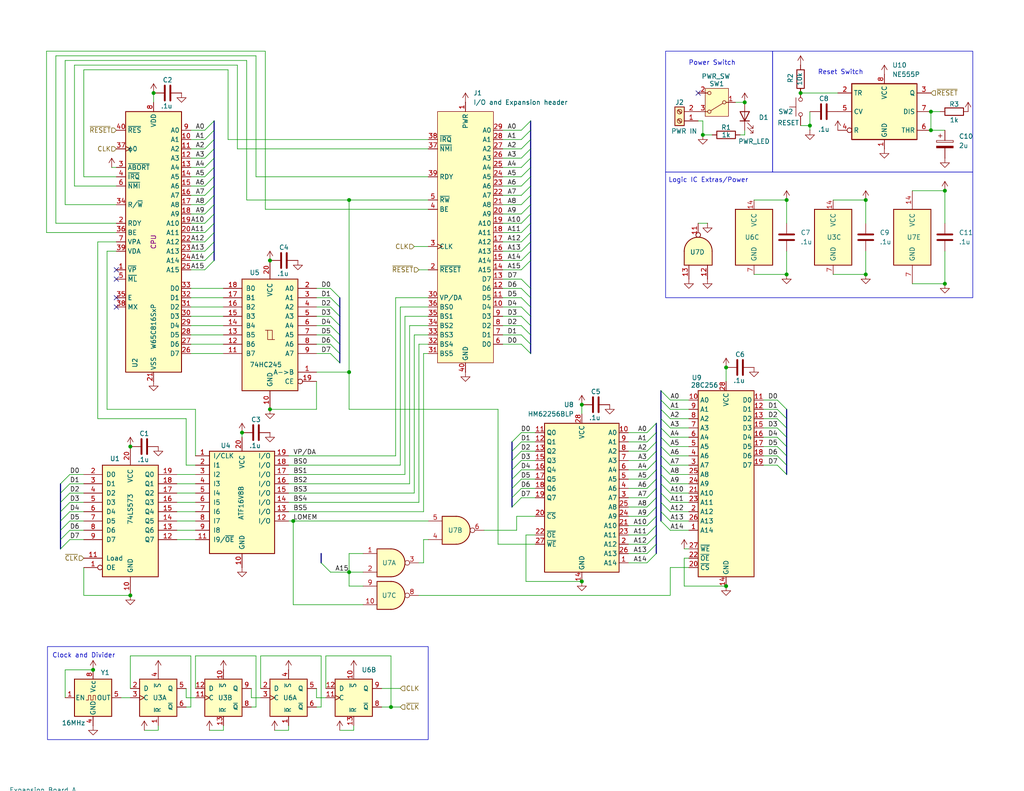
<source format=kicad_sch>
(kicad_sch (version 20250114) (generator "eeschema") (generator_version "9.0")
  (paper "USLetter")
  (title_block (title "Big Boy") (date "2026-01-03") (rev "3") (comment 1 "Reconfigured to simplify mfg, signals"))
  (rectangle (start 210.82 13.97) (end 265.43 46.99))
  (rectangle (start 181.61 13.97) (end 210.82 46.99))
  (rectangle (start 12.954 176.53) (end 116.84 201.93))
  (rectangle (start 181.61 46.99) (end 265.43 81.28))
  (text "Logic IC Extras/Power" (at 193.294 49.276 0) (effects (font (size 1.27 1.27))))
  (text "Power Switch" (at 194.31 17.272 0) (effects (font (size 1.27 1.27))))
  (text "Reset Switch" (at 229.362 19.812 0) (effects (font (size 1.27 1.27))))
  (text "Clock and Divider" (at 22.86 179.07 0) (effects (font (size 1.27 1.27))))
  (junction (at 198.12 100.33))
  (junction (at 95.25 54.61))
  (junction (at 236.22 54.61))
  (junction (at 218.44 25.4))
  (junction (at 95.25 156.21))
  (junction (at 220.98 34.29))
  (junction (at 254 30.48))
  (junction (at 158.75 110.49))
  (junction (at 158.75 158.75))
  (junction (at 236.22 74.93))
  (junction (at 254 35.56))
  (junction (at 214.63 54.61))
  (junction (at 35.56 121.92))
  (junction (at 66.04 118.11))
  (junction (at 41.91 25.4))
  (junction (at 198.12 160.02))
  (junction (at 257.81 77.47))
  (junction (at 95.25 101.6))
  (junction (at 257.81 52.07))
  (junction (at 106.68 193.04))
  (junction (at 25.4 182.88))
  (junction (at 35.56 162.56))
  (junction (at 214.63 74.93))
  (junction (at 191.77 36.83))
  (junction (at 80.01 142.24))
  (junction (at 73.66 111.76))
  (junction (at 73.66 71.12))
  (junction (at 203.2 27.94))
  (no_connect (at 31.75 73.66))
  (no_connect (at 31.75 81.28))
  (no_connect (at 190.5 25.4))
  (no_connect (at 31.75 83.82))
  (no_connect (at 31.75 76.2))
  (bus_entry (at 179.07 135.89) (size -2.54 2.54))
  (bus_entry (at 179.07 123.19) (size -2.54 2.54))
  (bus_entry (at 19.05 134.62) (size -2.54 2.54))
  (bus_entry (at 142.24 50.8) (size 2.54 -2.54))
  (bus_entry (at 55.88 43.18) (size 2.54 -2.54))
  (bus_entry (at 142.24 81.28) (size 2.54 2.54))
  (bus_entry (at 55.88 53.34) (size 2.54 -2.54))
  (bus_entry (at 142.24 45.72) (size 2.54 -2.54))
  (bus_entry (at 179.07 146.05) (size -2.54 2.54))
  (bus_entry (at 142.24 88.9) (size 2.54 2.54))
  (bus_entry (at 142.24 38.1) (size 2.54 -2.54))
  (bus_entry (at 142.24 120.65) (size -2.54 2.54))
  (bus_entry (at 19.05 144.78) (size -2.54 2.54))
  (bus_entry (at 55.88 63.5) (size 2.54 -2.54))
  (bus_entry (at 90.17 86.36) (size 2.54 2.54))
  (bus_entry (at 142.24 60.96) (size 2.54 -2.54))
  (bus_entry (at 212.09 127) (size 2.54 2.54))
  (bus_entry (at 90.17 81.28) (size 2.54 2.54))
  (bus_entry (at 180.34 114.3) (size 2.54 2.54))
  (bus_entry (at 90.17 83.82) (size 2.54 2.54))
  (bus_entry (at 55.88 68.58) (size 2.54 -2.54))
  (bus_entry (at 212.09 114.3) (size 2.54 2.54))
  (bus_entry (at 90.17 78.74) (size 2.54 2.54))
  (bus_entry (at 142.24 55.88) (size 2.54 -2.54))
  (bus_entry (at 142.24 40.64) (size 2.54 -2.54))
  (bus_entry (at 19.05 139.7) (size -2.54 2.54))
  (bus_entry (at 179.07 128.27) (size -2.54 2.54))
  (bus_entry (at 212.09 124.46) (size 2.54 2.54))
  (bus_entry (at 142.24 78.74) (size 2.54 2.54))
  (bus_entry (at 87.63 153.67) (size 2.54 2.54))
  (bus_entry (at 55.88 71.12) (size 2.54 -2.54))
  (bus_entry (at 180.34 137.16) (size 2.54 2.54))
  (bus_entry (at 55.88 66.04) (size 2.54 -2.54))
  (bus_entry (at 142.24 91.44) (size 2.54 2.54))
  (bus_entry (at 212.09 121.92) (size 2.54 2.54))
  (bus_entry (at 19.05 147.32) (size -2.54 2.54))
  (bus_entry (at 55.88 48.26) (size 2.54 -2.54))
  (bus_entry (at 179.07 125.73) (size -2.54 2.54))
  (bus_entry (at 180.34 119.38) (size 2.54 2.54))
  (bus_entry (at 179.07 151.13) (size -2.54 2.54))
  (bus_entry (at 90.17 91.44) (size 2.54 2.54))
  (bus_entry (at 90.17 93.98) (size 2.54 2.54))
  (bus_entry (at 179.07 143.51) (size -2.54 2.54))
  (bus_entry (at 90.17 88.9) (size 2.54 2.54))
  (bus_entry (at 142.24 83.82) (size 2.54 2.54))
  (bus_entry (at 142.24 118.11) (size -2.54 2.54))
  (bus_entry (at 180.34 109.22) (size 2.54 2.54))
  (bus_entry (at 55.88 38.1) (size 2.54 -2.54))
  (bus_entry (at 180.34 124.46) (size 2.54 2.54))
  (bus_entry (at 142.24 43.18) (size 2.54 -2.54))
  (bus_entry (at 142.24 130.81) (size -2.54 2.54))
  (bus_entry (at 55.88 35.56) (size 2.54 -2.54))
  (bus_entry (at 212.09 119.38) (size 2.54 2.54))
  (bus_entry (at 179.07 148.59) (size -2.54 2.54))
  (bus_entry (at 142.24 35.56) (size 2.54 -2.54))
  (bus_entry (at 55.88 40.64) (size 2.54 -2.54))
  (bus_entry (at 179.07 133.35) (size -2.54 2.54))
  (bus_entry (at 180.34 106.68) (size 2.54 2.54))
  (bus_entry (at 142.24 86.36) (size 2.54 2.54))
  (bus_entry (at 212.09 109.22) (size 2.54 2.54))
  (bus_entry (at 179.07 130.81) (size -2.54 2.54))
  (bus_entry (at 180.34 127) (size 2.54 2.54))
  (bus_entry (at 142.24 133.35) (size -2.54 2.54))
  (bus_entry (at 179.07 140.97) (size -2.54 2.54))
  (bus_entry (at 19.05 129.54) (size -2.54 2.54))
  (bus_entry (at 180.34 134.62) (size 2.54 2.54))
  (bus_entry (at 55.88 58.42) (size 2.54 -2.54))
  (bus_entry (at 55.88 50.8) (size 2.54 -2.54))
  (bus_entry (at 142.24 73.66) (size 2.54 -2.54))
  (bus_entry (at 179.07 138.43) (size -2.54 2.54))
  (bus_entry (at 142.24 123.19) (size -2.54 2.54))
  (bus_entry (at 142.24 135.89) (size -2.54 2.54))
  (bus_entry (at 180.34 129.54) (size 2.54 2.54))
  (bus_entry (at 90.17 96.52) (size 2.54 2.54))
  (bus_entry (at 180.34 132.08) (size 2.54 2.54))
  (bus_entry (at 142.24 53.34) (size 2.54 -2.54))
  (bus_entry (at 55.88 55.88) (size 2.54 -2.54))
  (bus_entry (at 142.24 58.42) (size 2.54 -2.54))
  (bus_entry (at 142.24 48.26) (size 2.54 -2.54))
  (bus_entry (at 142.24 68.58) (size 2.54 -2.54))
  (bus_entry (at 19.05 137.16) (size -2.54 2.54))
  (bus_entry (at 180.34 111.76) (size 2.54 2.54))
  (bus_entry (at 179.07 120.65) (size -2.54 2.54))
  (bus_entry (at 142.24 125.73) (size -2.54 2.54))
  (bus_entry (at 142.24 63.5) (size 2.54 -2.54))
  (bus_entry (at 212.09 111.76) (size 2.54 2.54))
  (bus_entry (at 142.24 66.04) (size 2.54 -2.54))
  (bus_entry (at 180.34 142.24) (size 2.54 2.54))
  (bus_entry (at 179.07 115.57) (size -2.54 2.54))
  (bus_entry (at 212.09 116.84) (size 2.54 2.54))
  (bus_entry (at 19.05 142.24) (size -2.54 2.54))
  (bus_entry (at 179.07 118.11) (size -2.54 2.54))
  (bus_entry (at 142.24 128.27) (size -2.54 2.54))
  (bus_entry (at 55.88 60.96) (size 2.54 -2.54))
  (bus_entry (at 142.24 71.12) (size 2.54 -2.54))
  (bus_entry (at 55.88 45.72) (size 2.54 -2.54))
  (bus_entry (at 142.24 76.2) (size 2.54 2.54))
  (bus_entry (at 19.05 132.08) (size -2.54 2.54))
  (bus_entry (at 180.34 116.84) (size 2.54 2.54))
  (bus_entry (at 180.34 139.7) (size 2.54 2.54))
  (bus_entry (at 55.88 73.66) (size 2.54 -2.54))
  (bus_entry (at 142.24 93.98) (size 2.54 2.54))
  (bus_entry (at 180.34 121.92) (size 2.54 2.54))
  (wire (pts (xy 176.53 153.67) (xy 171.45 153.67)))
  (wire (pts (xy 86.36 78.74) (xy 90.17 78.74)))
  (bus (pts (xy 144.78 40.64) (xy 144.78 43.18)))
  (wire (pts (xy 48.26 142.24) (xy 53.34 142.24)))
  (wire (pts (xy 20.32 50.8) (xy 31.75 50.8)))
  (wire (pts (xy 227.33 54.61) (xy 236.22 54.61)))
  (wire (pts (xy 143.51 146.05) (xy 143.51 158.75)))
  (wire (pts (xy 137.16 35.56) (xy 142.24 35.56)))
  (wire (pts (xy 135.89 111.76) (xy 135.89 148.59)))
  (wire (pts (xy 114.3 162.56) (xy 182.88 162.56)))
  (wire (pts (xy 220.98 30.48) (xy 220.98 34.29)))
  (wire (pts (xy 137.16 48.26) (xy 142.24 48.26)))
  (wire (pts (xy 53.34 111.76) (xy 53.34 124.46)))
  (wire (pts (xy 137.16 81.28) (xy 142.24 81.28)))
  (bus (pts (xy 180.34 121.92) (xy 180.34 124.46)))
  (wire (pts (xy 176.53 123.19) (xy 171.45 123.19)))
  (bus (pts (xy 16.51 132.08) (xy 16.51 134.62)))
  (wire (pts (xy 43.18 199.39) (xy 43.18 198.12)))
  (wire (pts (xy 137.16 43.18) (xy 142.24 43.18)))
  (wire (pts (xy 53.34 127) (xy 50.8 127)))
  (bus (pts (xy 214.63 127) (xy 214.63 124.46)))
  (wire (pts (xy 52.07 43.18) (xy 55.88 43.18)))
  (bus (pts (xy 144.78 66.04) (xy 144.78 68.58)))
  (wire (pts (xy 187.96 152.4) (xy 186.69 152.4)))
  (wire (pts (xy 95.25 111.76) (xy 95.25 101.6)))
  (wire (pts (xy 35.56 179.07) (xy 35.56 187.96)))
  (bus (pts (xy 144.78 78.74) (xy 144.78 81.28)))
  (wire (pts (xy 52.07 40.64) (xy 55.88 40.64)))
  (bus (pts (xy 179.07 123.19) (xy 179.07 125.73)))
  (bus (pts (xy 144.78 48.26) (xy 144.78 50.8)))
  (bus (pts (xy 179.07 120.65) (xy 179.07 123.19)))
  (bus (pts (xy 179.07 118.11) (xy 179.07 120.65)))
  (wire (pts (xy 248.92 77.47) (xy 257.81 77.47)))
  (bus (pts (xy 16.51 147.32) (xy 16.51 149.86)))
  (wire (pts (xy 137.16 53.34) (xy 142.24 53.34)))
  (wire (pts (xy 116.84 93.98) (xy 114.3 93.98)))
  (wire (pts (xy 146.05 133.35) (xy 142.24 133.35)))
  (wire (pts (xy 22.86 48.26) (xy 31.75 48.26)))
  (wire (pts (xy 78.74 198.12) (xy 78.74 199.39)))
  (bus (pts (xy 179.07 138.43) (xy 179.07 140.97)))
  (wire (pts (xy 137.16 50.8) (xy 142.24 50.8)))
  (wire (pts (xy 19.05 132.08) (xy 22.86 132.08)))
  (wire (pts (xy 95.25 54.61) (xy 95.25 101.6)))
  (bus (pts (xy 144.78 55.88) (xy 144.78 58.42)))
  (wire (pts (xy 78.74 124.46) (xy 107.95 124.46)))
  (bus (pts (xy 58.42 68.58) (xy 58.42 71.12)))
  (wire (pts (xy 41.91 25.4) (xy 41.91 27.94)))
  (bus (pts (xy 179.07 140.97) (xy 179.07 143.51)))
  (wire (pts (xy 137.16 71.12) (xy 142.24 71.12)))
  (wire (pts (xy 86.36 88.9) (xy 90.17 88.9)))
  (bus (pts (xy 92.71 96.52) (xy 92.71 93.98)))
  (bus (pts (xy 180.34 127) (xy 180.34 129.54)))
  (bus (pts (xy 58.42 60.96) (xy 58.42 63.5)))
  (wire (pts (xy 52.07 48.26) (xy 55.88 48.26)))
  (wire (pts (xy 257.81 35.56) (xy 254 35.56)))
  (wire (pts (xy 115.57 147.32) (xy 116.84 147.32)))
  (wire (pts (xy 201.93 36.83) (xy 203.2 36.83)))
  (bus (pts (xy 139.7 133.35) (xy 139.7 130.81)))
  (bus (pts (xy 144.78 63.5) (xy 144.78 66.04)))
  (wire (pts (xy 86.36 101.6) (xy 95.25 101.6)))
  (wire (pts (xy 33.02 190.5) (xy 35.56 190.5)))
  (wire (pts (xy 17.78 190.5) (xy 17.78 182.88)))
  (bus (pts (xy 92.71 93.98) (xy 92.71 91.44)))
  (wire (pts (xy 146.05 130.81) (xy 142.24 130.81)))
  (wire (pts (xy 52.07 88.9) (xy 60.96 88.9)))
  (wire (pts (xy 182.88 111.76) (xy 187.96 111.76)))
  (wire (pts (xy 182.88 134.62) (xy 187.96 134.62)))
  (wire (pts (xy 73.66 111.76) (xy 86.36 111.76)))
  (wire (pts (xy 109.22 83.82) (xy 116.84 83.82)))
  (wire (pts (xy 19.05 144.78) (xy 22.86 144.78)))
  (wire (pts (xy 96.52 199.39) (xy 92.71 199.39)))
  (wire (pts (xy 182.88 139.7) (xy 187.96 139.7)))
  (bus (pts (xy 179.07 130.81) (xy 179.07 133.35)))
  (wire (pts (xy 114.3 73.66) (xy 116.84 73.66)))
  (wire (pts (xy 52.07 91.44) (xy 60.96 91.44)))
  (bus (pts (xy 87.63 151.13) (xy 87.63 153.67)))
  (bus (pts (xy 144.78 91.44) (xy 144.78 93.98)))
  (wire (pts (xy 182.88 119.38) (xy 187.96 119.38)))
  (bus (pts (xy 180.34 119.38) (xy 180.34 121.92)))
  (wire (pts (xy 86.36 81.28) (xy 90.17 81.28)))
  (wire (pts (xy 182.88 162.56) (xy 182.88 154.94)))
  (bus (pts (xy 214.63 129.54) (xy 214.63 127)))
  (wire (pts (xy 22.86 19.05) (xy 22.86 48.26)))
  (wire (pts (xy 146.05 123.19) (xy 142.24 123.19)))
  (wire (pts (xy 20.32 17.78) (xy 64.77 17.78)))
  (wire (pts (xy 137.16 58.42) (xy 142.24 58.42)))
  (wire (pts (xy 20.32 50.8) (xy 20.32 17.78)))
  (wire (pts (xy 176.53 143.51) (xy 171.45 143.51)))
  (wire (pts (xy 106.68 193.04) (xy 104.14 193.04)))
  (wire (pts (xy 137.16 86.36) (xy 142.24 86.36)))
  (wire (pts (xy 106.68 193.04) (xy 109.22 193.04)))
  (wire (pts (xy 182.88 127) (xy 187.96 127)))
  (wire (pts (xy 182.88 114.3) (xy 187.96 114.3)))
  (wire (pts (xy 66.04 118.11) (xy 66.04 119.38)))
  (bus (pts (xy 58.42 40.64) (xy 58.42 43.18)))
  (wire (pts (xy 62.23 19.05) (xy 22.86 19.05)))
  (wire (pts (xy 99.06 165.1) (xy 80.01 165.1)))
  (wire (pts (xy 52.07 96.52) (xy 60.96 96.52)))
  (bus (pts (xy 58.42 38.1) (xy 58.42 40.64)))
  (wire (pts (xy 205.74 74.93) (xy 214.63 74.93)))
  (wire (pts (xy 182.88 129.54) (xy 187.96 129.54)))
  (bus (pts (xy 144.78 86.36) (xy 144.78 88.9)))
  (wire (pts (xy 137.16 63.5) (xy 142.24 63.5)))
  (wire (pts (xy 176.53 140.97) (xy 171.45 140.97)))
  (wire (pts (xy 115.57 153.67) (xy 114.3 153.67)))
  (wire (pts (xy 50.8 193.04) (xy 52.07 193.04)))
  (wire (pts (xy 86.36 104.14) (xy 86.36 111.76)))
  (wire (pts (xy 86.36 86.36) (xy 90.17 86.36)))
  (wire (pts (xy 115.57 139.7) (xy 115.57 96.52)))
  (wire (pts (xy 50.8 187.96) (xy 50.8 190.5)))
  (wire (pts (xy 218.44 25.4) (xy 218.44 24.13)))
  (bus (pts (xy 180.34 139.7) (xy 180.34 142.24)))
  (wire (pts (xy 116.84 88.9) (xy 111.76 88.9)))
  (wire (pts (xy 113.03 134.62) (xy 78.74 134.62)))
  (bus (pts (xy 180.34 129.54) (xy 180.34 132.08)))
  (wire (pts (xy 214.63 54.61) (xy 214.63 60.96)))
  (bus (pts (xy 58.42 35.56) (xy 58.42 38.1)))
  (wire (pts (xy 137.16 73.66) (xy 142.24 73.66)))
  (wire (pts (xy 29.21 68.58) (xy 29.21 111.76)))
  (bus (pts (xy 179.07 135.89) (xy 179.07 138.43)))
  (wire (pts (xy 15.24 60.96) (xy 15.24 15.24)))
  (wire (pts (xy 137.16 91.44) (xy 142.24 91.44)))
  (wire (pts (xy 99.06 156.21) (xy 95.25 156.21)))
  (wire (pts (xy 62.23 38.1) (xy 62.23 19.05)))
  (wire (pts (xy 95.25 111.76) (xy 135.89 111.76)))
  (wire (pts (xy 86.36 83.82) (xy 90.17 83.82)))
  (wire (pts (xy 86.36 93.98) (xy 90.17 93.98)))
  (wire (pts (xy 137.16 88.9) (xy 142.24 88.9)))
  (wire (pts (xy 137.16 76.2) (xy 142.24 76.2)))
  (wire (pts (xy 68.58 190.5) (xy 71.12 190.5)))
  (wire (pts (xy 115.57 147.32) (xy 115.57 153.67)))
  (wire (pts (xy 12.7 13.97) (xy 72.39 13.97)))
  (wire (pts (xy 52.07 81.28) (xy 60.96 81.28)))
  (wire (pts (xy 78.74 139.7) (xy 115.57 139.7)))
  (wire (pts (xy 50.8 114.3) (xy 26.67 114.3)))
  (bus (pts (xy 144.78 88.9) (xy 144.78 91.44)))
  (bus (pts (xy 144.78 43.18) (xy 144.78 45.72)))
  (wire (pts (xy 109.22 127) (xy 109.22 83.82)))
  (wire (pts (xy 158.75 110.49) (xy 158.75 113.03)))
  (wire (pts (xy 257.81 68.58) (xy 257.81 77.47)))
  (wire (pts (xy 182.88 144.78) (xy 187.96 144.78)))
  (wire (pts (xy 52.07 73.66) (xy 55.88 73.66)))
  (wire (pts (xy 140.97 140.97) (xy 140.97 144.78)))
  (wire (pts (xy 218.44 25.4) (xy 228.6 25.4)))
  (bus (pts (xy 144.78 68.58) (xy 144.78 71.12)))
  (wire (pts (xy 114.3 137.16) (xy 78.74 137.16)))
  (wire (pts (xy 143.51 158.75) (xy 158.75 158.75)))
  (wire (pts (xy 72.39 57.15) (xy 116.84 57.15)))
  (wire (pts (xy 208.28 111.76) (xy 212.09 111.76)))
  (bus (pts (xy 144.78 50.8) (xy 144.78 53.34)))
  (wire (pts (xy 26.67 114.3) (xy 26.67 66.04)))
  (bus (pts (xy 180.34 111.76) (xy 180.34 114.3)))
  (bus (pts (xy 144.78 35.56) (xy 144.78 38.1)))
  (wire (pts (xy 71.12 187.96) (xy 71.12 179.07)))
  (wire (pts (xy 17.78 16.51) (xy 67.31 16.51)))
  (wire (pts (xy 106.68 179.07) (xy 106.68 193.04)))
  (wire (pts (xy 198.12 100.33) (xy 198.12 104.14)))
  (wire (pts (xy 31.75 45.72) (xy 30.48 45.72)))
  (wire (pts (xy 203.2 27.94) (xy 200.66 27.94)))
  (wire (pts (xy 15.24 15.24) (xy 69.85 15.24)))
  (wire (pts (xy 86.36 190.5) (xy 88.9 190.5)))
  (wire (pts (xy 257.81 52.07) (xy 248.92 52.07)))
  (wire (pts (xy 208.28 124.46) (xy 212.09 124.46)))
  (wire (pts (xy 257.81 52.07) (xy 257.81 60.96)))
  (bus (pts (xy 92.71 86.36) (xy 92.71 88.9)))
  (wire (pts (xy 95.25 54.61) (xy 116.84 54.61)))
  (wire (pts (xy 182.88 116.84) (xy 187.96 116.84)))
  (wire (pts (xy 137.16 68.58) (xy 142.24 68.58)))
  (wire (pts (xy 146.05 125.73) (xy 142.24 125.73)))
  (wire (pts (xy 12.7 63.5) (xy 31.75 63.5)))
  (wire (pts (xy 69.85 48.26) (xy 116.84 48.26)))
  (bus (pts (xy 180.34 109.22) (xy 180.34 111.76)))
  (wire (pts (xy 208.28 114.3) (xy 212.09 114.3)))
  (wire (pts (xy 67.31 16.51) (xy 67.31 54.61)))
  (wire (pts (xy 19.05 142.24) (xy 22.86 142.24)))
  (wire (pts (xy 52.07 63.5) (xy 55.88 63.5)))
  (wire (pts (xy 52.07 86.36) (xy 60.96 86.36)))
  (wire (pts (xy 86.36 187.96) (xy 86.36 190.5)))
  (wire (pts (xy 208.28 116.84) (xy 212.09 116.84)))
  (wire (pts (xy 146.05 120.65) (xy 142.24 120.65)))
  (wire (pts (xy 176.53 130.81) (xy 171.45 130.81)))
  (bus (pts (xy 139.7 135.89) (xy 139.7 133.35)))
  (wire (pts (xy 176.53 128.27) (xy 171.45 128.27)))
  (bus (pts (xy 214.63 121.92) (xy 214.63 119.38)))
  (wire (pts (xy 22.86 162.56) (xy 35.56 162.56)))
  (wire (pts (xy 186.69 149.86) (xy 187.96 149.86)))
  (wire (pts (xy 99.06 160.02) (xy 95.25 160.02)))
  (bus (pts (xy 58.42 66.04) (xy 58.42 68.58)))
  (wire (pts (xy 111.76 88.9) (xy 111.76 132.08)))
  (wire (pts (xy 110.49 129.54) (xy 110.49 86.36)))
  (bus (pts (xy 144.78 83.82) (xy 144.78 86.36)))
  (wire (pts (xy 214.63 68.58) (xy 214.63 74.93)))
  (wire (pts (xy 146.05 128.27) (xy 142.24 128.27)))
  (wire (pts (xy 205.74 54.61) (xy 214.63 54.61)))
  (wire (pts (xy 227.33 74.93) (xy 236.22 74.93)))
  (bus (pts (xy 139.7 130.81) (xy 139.7 128.27)))
  (bus (pts (xy 179.07 128.27) (xy 179.07 130.81)))
  (wire (pts (xy 53.34 179.07) (xy 53.34 187.96)))
  (wire (pts (xy 19.05 129.54) (xy 22.86 129.54)))
  (wire (pts (xy 22.86 154.94) (xy 22.86 162.56)))
  (wire (pts (xy 87.63 193.04) (xy 86.36 193.04)))
  (wire (pts (xy 52.07 55.88) (xy 55.88 55.88)))
  (wire (pts (xy 48.26 137.16) (xy 53.34 137.16)))
  (bus (pts (xy 58.42 63.5) (xy 58.42 66.04)))
  (wire (pts (xy 218.44 34.29) (xy 220.98 34.29)))
  (wire (pts (xy 111.76 132.08) (xy 78.74 132.08)))
  (wire (pts (xy 69.85 15.24) (xy 69.85 48.26)))
  (bus (pts (xy 180.34 132.08) (xy 180.34 134.62)))
  (wire (pts (xy 80.01 165.1) (xy 80.01 142.24)))
  (bus (pts (xy 144.78 53.34) (xy 144.78 55.88)))
  (wire (pts (xy 176.53 120.65) (xy 171.45 120.65)))
  (wire (pts (xy 69.85 193.04) (xy 69.85 179.07)))
  (wire (pts (xy 88.9 187.96) (xy 88.9 179.07)))
  (bus (pts (xy 180.34 106.68) (xy 180.34 109.22)))
  (wire (pts (xy 107.95 124.46) (xy 107.95 81.28)))
  (bus (pts (xy 144.78 71.12) (xy 144.78 78.74)))
  (wire (pts (xy 176.53 118.11) (xy 171.45 118.11)))
  (wire (pts (xy 80.01 142.24) (xy 78.74 142.24)))
  (wire (pts (xy 182.88 109.22) (xy 187.96 109.22)))
  (wire (pts (xy 52.07 45.72) (xy 55.88 45.72)))
  (wire (pts (xy 48.26 144.78) (xy 53.34 144.78)))
  (wire (pts (xy 182.88 132.08) (xy 187.96 132.08)))
  (bus (pts (xy 179.07 115.57) (xy 179.07 118.11)))
  (wire (pts (xy 110.49 86.36) (xy 116.84 86.36)))
  (wire (pts (xy 191.77 36.83) (xy 194.31 36.83)))
  (bus (pts (xy 179.07 125.73) (xy 179.07 128.27)))
  (wire (pts (xy 52.07 66.04) (xy 55.88 66.04)))
  (wire (pts (xy 52.07 58.42) (xy 55.88 58.42)))
  (bus (pts (xy 144.78 33.02) (xy 144.78 35.56)))
  (wire (pts (xy 67.31 54.61) (xy 95.25 54.61)))
  (bus (pts (xy 16.51 137.16) (xy 16.51 139.7)))
  (wire (pts (xy 69.85 179.07) (xy 53.34 179.07)))
  (wire (pts (xy 52.07 50.8) (xy 55.88 50.8)))
  (wire (pts (xy 52.07 53.34) (xy 55.88 53.34)))
  (bus (pts (xy 180.34 137.16) (xy 180.34 139.7)))
  (wire (pts (xy 52.07 78.74) (xy 60.96 78.74)))
  (bus (pts (xy 92.71 99.06) (xy 92.71 96.52)))
  (bus (pts (xy 16.51 144.78) (xy 16.51 147.32)))
  (wire (pts (xy 190.5 60.96) (xy 193.04 60.96)))
  (bus (pts (xy 16.51 134.62) (xy 16.51 137.16)))
  (wire (pts (xy 64.77 17.78) (xy 64.77 40.64)))
  (wire (pts (xy 95.25 160.02) (xy 95.25 156.21)))
  (wire (pts (xy 176.53 146.05) (xy 171.45 146.05)))
  (wire (pts (xy 137.16 55.88) (xy 142.24 55.88)))
  (bus (pts (xy 58.42 53.34) (xy 58.42 55.88)))
  (wire (pts (xy 146.05 146.05) (xy 143.51 146.05)))
  (wire (pts (xy 48.26 129.54) (xy 53.34 129.54)))
  (wire (pts (xy 12.7 63.5) (xy 12.7 13.97)))
  (bus (pts (xy 58.42 45.72) (xy 58.42 48.26)))
  (wire (pts (xy 52.07 93.98) (xy 60.96 93.98)))
  (bus (pts (xy 180.34 124.46) (xy 180.34 127)))
  (bus (pts (xy 144.78 60.96) (xy 144.78 63.5)))
  (wire (pts (xy 137.16 93.98) (xy 142.24 93.98)))
  (wire (pts (xy 176.53 133.35) (xy 171.45 133.35)))
  (wire (pts (xy 137.16 83.82) (xy 142.24 83.82)))
  (wire (pts (xy 31.75 68.58) (xy 29.21 68.58)))
  (wire (pts (xy 48.26 147.32) (xy 53.34 147.32)))
  (wire (pts (xy 113.03 91.44) (xy 113.03 134.62)))
  (wire (pts (xy 182.88 142.24) (xy 187.96 142.24)))
  (wire (pts (xy 176.53 138.43) (xy 171.45 138.43)))
  (wire (pts (xy 78.74 199.39) (xy 74.93 199.39)))
  (wire (pts (xy 26.67 66.04) (xy 31.75 66.04)))
  (wire (pts (xy 96.52 198.12) (xy 96.52 199.39)))
  (wire (pts (xy 107.95 81.28) (xy 116.84 81.28)))
  (wire (pts (xy 86.36 91.44) (xy 90.17 91.44)))
  (bus (pts (xy 144.78 38.1) (xy 144.78 40.64)))
  (wire (pts (xy 71.12 179.07) (xy 87.63 179.07)))
  (wire (pts (xy 182.88 137.16) (xy 187.96 137.16)))
  (wire (pts (xy 80.01 142.24) (xy 116.84 142.24)))
  (wire (pts (xy 116.84 38.1) (xy 62.23 38.1)))
  (wire (pts (xy 236.22 68.58) (xy 236.22 74.93)))
  (wire (pts (xy 48.26 132.08) (xy 53.34 132.08)))
  (wire (pts (xy 19.05 139.7) (xy 22.86 139.7)))
  (wire (pts (xy 52.07 60.96) (xy 55.88 60.96)))
  (wire (pts (xy 182.88 154.94) (xy 187.96 154.94)))
  (wire (pts (xy 50.8 127) (xy 50.8 114.3)))
  (bus (pts (xy 92.71 86.36) (xy 92.71 83.82)))
  (bus (pts (xy 144.78 81.28) (xy 144.78 83.82)))
  (bus (pts (xy 179.07 148.59) (xy 179.07 151.13)))
  (bus (pts (xy 58.42 58.42) (xy 58.42 60.96)))
  (bus (pts (xy 214.63 119.38) (xy 214.63 116.84)))
  (bus (pts (xy 58.42 55.88) (xy 58.42 58.42)))
  (wire (pts (xy 78.74 129.54) (xy 110.49 129.54)))
  (wire (pts (xy 191.77 33.02) (xy 190.5 33.02)))
  (wire (pts (xy 114.3 93.98) (xy 114.3 137.16)))
  (wire (pts (xy 146.05 118.11) (xy 142.24 118.11)))
  (wire (pts (xy 176.53 151.13) (xy 171.45 151.13)))
  (wire (pts (xy 135.89 148.59) (xy 146.05 148.59)))
  (wire (pts (xy 140.97 140.97) (xy 146.05 140.97)))
  (bus (pts (xy 214.63 114.3) (xy 214.63 111.76)))
  (wire (pts (xy 176.53 135.89) (xy 171.45 135.89)))
  (wire (pts (xy 48.26 139.7) (xy 53.34 139.7)))
  (wire (pts (xy 19.05 134.62) (xy 22.86 134.62)))
  (wire (pts (xy 29.21 111.76) (xy 53.34 111.76)))
  (bus (pts (xy 139.7 138.43) (xy 139.7 135.89)))
  (wire (pts (xy 113.03 67.31) (xy 116.84 67.31)))
  (wire (pts (xy 39.37 199.39) (xy 43.18 199.39)))
  (wire (pts (xy 57.15 199.39) (xy 60.96 199.39)))
  (bus (pts (xy 16.51 142.24) (xy 16.51 144.78)))
  (wire (pts (xy 176.53 125.73) (xy 171.45 125.73)))
  (wire (pts (xy 208.28 127) (xy 212.09 127)))
  (wire (pts (xy 52.07 71.12) (xy 55.88 71.12)))
  (bus (pts (xy 144.78 45.72) (xy 144.78 48.26)))
  (bus (pts (xy 180.34 134.62) (xy 180.34 137.16)))
  (wire (pts (xy 137.16 78.74) (xy 142.24 78.74)))
  (bus (pts (xy 180.34 116.84) (xy 180.34 119.38)))
  (wire (pts (xy 48.26 134.62) (xy 53.34 134.62)))
  (bus (pts (xy 214.63 116.84) (xy 214.63 114.3)))
  (bus (pts (xy 92.71 91.44) (xy 92.71 88.9)))
  (wire (pts (xy 182.88 124.46) (xy 187.96 124.46)))
  (bus (pts (xy 214.63 124.46) (xy 214.63 121.92)))
  (wire (pts (xy 95.25 151.13) (xy 99.06 151.13)))
  (wire (pts (xy 137.16 45.72) (xy 142.24 45.72)))
  (wire (pts (xy 52.07 179.07) (xy 35.56 179.07)))
  (wire (pts (xy 137.16 40.64) (xy 142.24 40.64)))
  (bus (pts (xy 58.42 43.18) (xy 58.42 45.72)))
  (bus (pts (xy 180.34 114.3) (xy 180.34 116.84)))
  (wire (pts (xy 68.58 193.04) (xy 69.85 193.04)))
  (wire (pts (xy 176.53 148.59) (xy 171.45 148.59)))
  (wire (pts (xy 254 30.48) (xy 256.54 30.48)))
  (wire (pts (xy 208.28 109.22) (xy 212.09 109.22)))
  (wire (pts (xy 86.36 96.52) (xy 90.17 96.52)))
  (wire (pts (xy 191.77 33.02) (xy 191.77 36.83)))
  (wire (pts (xy 236.22 54.61) (xy 236.22 60.96)))
  (wire (pts (xy 78.74 127) (xy 109.22 127)))
  (bus (pts (xy 58.42 48.26) (xy 58.42 50.8)))
  (wire (pts (xy 52.07 38.1) (xy 55.88 38.1)))
  (bus (pts (xy 16.51 139.7) (xy 16.51 142.24)))
  (wire (pts (xy 137.16 66.04) (xy 142.24 66.04)))
  (wire (pts (xy 72.39 13.97) (xy 72.39 57.15)))
  (bus (pts (xy 144.78 58.42) (xy 144.78 60.96)))
  (wire (pts (xy 17.78 55.88) (xy 31.75 55.88)))
  (bus (pts (xy 58.42 33.02) (xy 58.42 35.56)))
  (wire (pts (xy 208.28 119.38) (xy 212.09 119.38)))
  (wire (pts (xy 52.07 68.58) (xy 55.88 68.58)))
  (bus (pts (xy 144.78 93.98) (xy 144.78 96.52)))
  (bus (pts (xy 58.42 50.8) (xy 58.42 53.34)))
  (wire (pts (xy 116.84 91.44) (xy 113.03 91.44)))
  (wire (pts (xy 140.97 144.78) (xy 132.08 144.78)))
  (wire (pts (xy 104.14 187.96) (xy 109.22 187.96)))
  (wire (pts (xy 186.69 152.4) (xy 186.69 160.02)))
  (wire (pts (xy 19.05 147.32) (xy 22.86 147.32)))
  (wire (pts (xy 87.63 179.07) (xy 87.63 193.04)))
  (wire (pts (xy 88.9 179.07) (xy 106.68 179.07)))
  (wire (pts (xy 115.57 96.52) (xy 116.84 96.52)))
  (wire (pts (xy 52.07 193.04) (xy 52.07 179.07)))
  (wire (pts (xy 137.16 60.96) (xy 142.24 60.96)))
  (wire (pts (xy 254 30.48) (xy 254 35.56)))
  (bus (pts (xy 139.7 128.27) (xy 139.7 125.73)))
  (wire (pts (xy 146.05 135.89) (xy 142.24 135.89)))
  (wire (pts (xy 220.98 34.29) (xy 220.98 35.56)))
  (wire (pts (xy 17.78 182.88) (xy 25.4 182.88)))
  (wire (pts (xy 17.78 55.88) (xy 17.78 16.51)))
  (bus (pts (xy 179.07 133.35) (xy 179.07 135.89)))
  (wire (pts (xy 60.96 199.39) (xy 60.96 198.12)))
  (wire (pts (xy 208.28 121.92) (xy 212.09 121.92)))
  (wire (pts (xy 52.07 35.56) (xy 55.88 35.56)))
  (wire (pts (xy 68.58 187.96) (xy 68.58 190.5)))
  (wire (pts (xy 15.24 60.96) (xy 31.75 60.96)))
  (wire (pts (xy 182.88 121.92) (xy 187.96 121.92)))
  (bus (pts (xy 92.71 83.82) (xy 92.71 81.28)))
  (wire (pts (xy 137.16 38.1) (xy 142.24 38.1)))
  (wire (pts (xy 50.8 190.5) (xy 53.34 190.5)))
  (wire (pts (xy 52.07 83.82) (xy 60.96 83.82)))
  (wire (pts (xy 203.2 36.83) (xy 203.2 35.56)))
  (wire (pts (xy 95.25 151.13) (xy 95.25 156.21)))
  (bus (pts (xy 179.07 143.51) (xy 179.07 146.05)))
  (wire (pts (xy 19.05 137.16) (xy 22.86 137.16)))
  (bus (pts (xy 139.7 123.19) (xy 139.7 120.65)))
  (bus (pts (xy 179.07 146.05) (xy 179.07 148.59)))
  (wire (pts (xy 64.77 40.64) (xy 116.84 40.64)))
  (bus (pts (xy 139.7 125.73) (xy 139.7 123.19)))
  (wire (pts (xy 90.17 156.21) (xy 95.25 156.21)))
  (wire (pts (xy 186.69 160.02) (xy 198.12 160.02)))
  (label "A9" (at 182.88 132.08 0))
  (label "A8" (at 138.43 55.88 0))
  (label "A7" (at 138.43 53.34 0))
  (label "D7" (at 138.43 76.2 0))
  (label "A15" (at 138.43 73.66 0))
  (label "D4" (at 138.43 83.82 0))
  (label "D6" (at 138.43 78.74 0))
  (label "A10" (at 138.43 60.96 0))
  (label "A9" (at 138.43 58.42 0))
  (label "A0" (at 138.43 35.56 0))
  (label "D0" (at 138.43 93.98 0))
  (label "A6" (at 138.43 50.8 0))
  (label "A5" (at 138.43 48.26 0))
  (label "A4" (at 138.43 45.72 0))
  (label "A3" (at 138.43 43.18 0))
  (label "A2" (at 138.43 40.64 0))
  (label "A1" (at 138.43 38.1 0))
  (label "D5" (at 138.43 81.28 0))
  (label "D1" (at 138.43 91.44 0))
  (label "D2" (at 138.43 88.9 0))
  (label "D3" (at 138.43 86.36 0))
  (label "A13" (at 138.43 68.58 0))
  (label "A14" (at 138.43 71.12 0))
  (label "A12" (at 138.43 66.04 0))
  (label "A11" (at 138.43 63.5 0))
  (label "D7" (at 209.55 127 0))
  (label "A14" (at 182.88 144.78 0))
  (label "D3" (at 87.63 86.36 0))
  (label "D1" (at 209.55 111.76 0))
  (label "D5" (at 209.55 121.92 0))
  (label "D2" (at 209.55 114.3 0))
  (label "D2" (at 87.63 83.82 0))
  (label "D3" (at 209.55 116.84 0))
  (label "A3" (at 182.88 116.84 0))
  (label "A2" (at 182.88 114.3 0))
  (label "D4" (at 87.63 88.9 0))
  (label "D4" (at 144.78 128.27 180))
  (label "D0" (at 87.63 78.74 0))
  (label "A15" (at 91.44 156.21 0))
  (label "BS4" (at 80.01 137.16 0))
  (label "BS5" (at 80.01 139.7 0))
  (label "VP{slash}DA" (at 80.01 124.46 0))
  (label "BS0" (at 80.01 127 0))
  (label "BS1" (at 80.01 129.54 0))
  (label "BS2" (at 80.01 132.08 0))
  (label "BS3" (at 80.01 134.62 0))
  (label "D3" (at 144.78 125.73 180))
  (label "A12" (at 182.88 139.7 0))
  (label "D7" (at 19.05 147.32 0))
  (label "D5" (at 19.05 142.24 0))
  (label "D4" (at 209.55 119.38 0))
  (label "D6" (at 87.63 93.98 0))
  (label "D7" (at 87.63 96.52 0))
  (label "A6" (at 182.88 124.46 0))
  (label "A10" (at 176.53 143.51 180))
  (label "A14" (at 176.53 153.67 180))
  (label "A7" (at 176.53 135.89 180))
  (label "A8" (at 176.53 138.43 180))
  (label "A9" (at 176.53 140.97 180))
  (label "A11" (at 176.53 146.05 180))
  (label "A12" (at 176.53 148.59 180))
  (label "A13" (at 176.53 151.13 180))
  (label "A5" (at 176.53 130.81 180))
  (label "A6" (at 176.53 133.35 180))
  (label "A2" (at 176.53 123.19 180))
  (label "A1" (at 176.53 120.65 180))
  (label "A4" (at 176.53 128.27 180))
  (label "A3" (at 176.53 125.73 180))
  (label "A0" (at 176.53 118.11 180))
  (label "D5" (at 144.78 130.81 180))
  (label "LOMEM" (at 80.01 142.24 0))
  (label "D2" (at 19.05 134.62 0))
  (label "D5" (at 87.63 91.44 0))
  (label "D7" (at 144.78 135.89 180))
  (label "A0" (at 53.34 35.56 0))
  (label "D6" (at 209.55 124.46 0))
  (label "A1" (at 53.34 38.1 0))
  (label "A2" (at 53.34 40.64 0))
  (label "A3" (at 53.34 43.18 0))
  (label "A4" (at 53.34 45.72 0))
  (label "A5" (at 53.34 48.26 0))
  (label "A6" (at 53.34 50.8 0))
  (label "A7" (at 53.34 53.34 0))
  (label "A15" (at 52.07 73.66 0))
  (label "A8" (at 53.34 55.88 0))
  (label "A9" (at 53.34 58.42 0))
  (label "A13" (at 52.07 68.58 0))
  (label "A14" (at 52.07 71.12 0))
  (label "A12" (at 52.07 66.04 0))
  (label "A10" (at 52.07 60.96 0))
  (label "A11" (at 52.07 63.5 0))
  (label "A7" (at 182.88 127 0))
  (label "A10" (at 182.88 134.62 0))
  (label "A5" (at 182.88 121.92 0))
  (label "D6" (at 19.05 144.78 0))
  (label "D0" (at 19.05 129.54 0))
  (label "A11" (at 182.88 137.16 0))
  (label "D3" (at 19.05 137.16 0))
  (label "D2" (at 144.78 123.19 180))
  (label "A4" (at 182.88 119.38 0))
  (label "A13" (at 182.88 142.24 0))
  (label "D0" (at 144.78 118.11 180))
  (label "A0" (at 182.88 109.22 0))
  (label "D1" (at 144.78 120.65 180))
  (label "D4" (at 19.05 139.7 0))
  (label "D6" (at 144.78 133.35 180))
  (label "D1" (at 87.63 81.28 0))
  (label "D1" (at 19.05 132.08 0))
  (label "D0" (at 209.55 109.22 0))
  (label "A1" (at 182.88 111.76 0))
  (label "A8" (at 182.88 129.54 0))
  (hierarchical_label "~{RESET}" (shape input) (at 31.75 35.56 180))
  (hierarchical_label "CLK" (shape input) (at 113.03 67.31 180))
  (hierarchical_label "~{CLK}" (shape input) (at 22.86 152.4 180))
  (hierarchical_label "~{RESET}" (shape input) (at 254 25.4 0))
  (hierarchical_label "~{RESET}" (shape input) (at 114.3 73.66 180))
  (hierarchical_label "CLK" (shape input) (at 31.75 40.64 180))
  (hierarchical_label "CLK" (shape input) (at 109.22 187.96 0))
  (hierarchical_label "~{CLK}" (shape input) (at 109.22 193.04 0))
  (symbol (lib_id "power:+5V") (at 35.56 121.92 0) (unit 1)
    (property "Reference" "#PWR04" (effects (hide yes)))
    (property "Value" "+5V" (effects (hide yes)))
    (property "Description" "Power symbol creates a global label with name \"+5V\"" (effects (hide yes)))
  )
  (symbol (lib_id "power:+5V") (at 41.91 25.4 0) (unit 1)
    (property "Reference" "#PWR07" (effects (hide yes)))
    (property "Value" "+5V" (effects (hide yes)))
    (property "Description" "Power symbol creates a global label with name \"+5V\"" (effects (hide yes)))
  )
  (symbol (lib_id "power:+5V") (at 78.74 182.88 0) (unit 1)
    (property "Reference" "#PWR020" (effects (hide yes)))
    (property "Value" "+5V" (effects (hide yes)))
    (property "Description" "Power symbol creates a global label with name \"+5V\"" (effects (hide yes)))
  )
  (symbol (lib_id "power:+5V") (at 25.4 182.88 0) (unit 1)
    (property "Reference" "#PWR01" (effects (hide yes)))
    (property "Value" "+5V" (effects (hide yes)))
    (property "Description" "Power symbol creates a global label with name \"+5V\"" (effects (hide yes)))
  )
  (symbol (lib_id "Board Connectors:Bus_Connector") (at 127 30.48 0) (unit 1)
    (property "Reference" "J1" (at 129.1433 25.4 0) (effects (justify left)))
    (property "Value" "I/O and Expansion header" (at 129.1433 27.94 0) (effects (justify left)))
    (property "Footprint" "Connector_PinHeader_2.54mm:PinHeader_2x20_P2.54mm_Vertical" (effects (hide yes)))
  )
  (symbol (lib_id "power:GND") (at 236.22 74.93 0) (unit 1)
    (property "Reference" "#PWR044" (effects (hide yes)))
    (property "Value" "GND" (effects (hide yes)))
    (property "Description" "Power symbol creates a global label with name \"GND\" , ground" (effects (hide yes)))
  )
  (symbol (lib_id "power:+5V") (at 241.3 20.32 0) (unit 1)
    (property "Reference" "#PWR045" (effects (hide yes)))
    (property "Value" "+5V" (effects (hide yes)))
    (property "Description" "Power symbol creates a global label with name \"+5V\"" (effects (hide yes)))
  )
  (symbol (lib_id "power:GND") (at 191.77 36.83 0) (unit 1)
    (property "Reference" "#PWR031" (effects (hide yes)))
    (property "Value" "GND" (effects (hide yes)))
    (property "Description" "Power symbol creates a global label with name \"GND\" , ground" (effects (hide yes)))
  )
  (symbol (lib_id "power:GND") (at 66.04 154.94 0) (unit 1)
    (property "Reference" "#PWR015" (effects (hide yes)))
    (property "Value" "GND" (effects (hide yes)))
    (property "Description" "Power symbol creates a global label with name \"GND\" , ground" (effects (hide yes)))
  )
  (symbol (lib_id "power:GND") (at 198.12 160.02 0) (unit 1)
    (property "Reference" "#PWR035" (effects (hide yes)))
    (property "Value" "GND" (effects (hide yes)))
    (property "Description" "Power symbol creates a global label with name \"GND\" , ground" (effects (hide yes)))
  )
  (symbol (lib_id "power:+5V") (at 30.48 45.72 0) (unit 1)
    (property "Reference" "#PWR03" (effects (hide yes)))
    (property "Value" "+5V" (effects (hide yes)))
    (property "Description" "Power symbol creates a global label with name \"+5V\"" (effects (hide yes)))
  )
  (symbol (lib_id "power:GND") (at 25.4 198.12 0) (unit 1)
    (property "Reference" "#PWR02" (effects (hide yes)))
    (property "Value" "GND" (effects (hide yes)))
    (property "Description" "Power symbol creates a global label with name \"GND\" , ground" (effects (hide yes)))
  )
  (symbol (lib_id "power:+5V") (at 236.22 54.61 0) (unit 1)
    (property "Reference" "#PWR043" (effects (hide yes)))
    (property "Value" "+5V" (effects (hide yes)))
    (property "Description" "Power symbol creates a global label with name \"+5V\"" (effects (hide yes)))
  )
  (symbol (lib_id "74xx:74HC00") (at 124.46 144.78 0) (mirror x) (unit 2)
    (property "Reference" "U7" (at 124.206 144.78 0))
    (property "Value" "74HC00" (effects (hide yes)))
    (property "Footprint" "Package_DIP:DIP-14_W7.62mm_Socket" (effects (hide yes)))
    (property "Datasheet" "http://www.ti.com/lit/gpn/sn74hc00" (effects (hide yes)))
    (property "Description" "quad 2-input NAND gate" (effects (hide yes)))
  )
  (symbol (lib_id "power:+5V") (at 218.44 17.78 0) (unit 1)
    (property "Reference" "#PWR040" (effects (hide yes)))
    (property "Value" "+5V" (effects (hide yes)))
    (property "Description" "Power symbol creates a global label with name \"+5V\"" (effects (hide yes)))
  )
  (symbol (lib_id "power:GND") (at 35.56 162.56 0) (unit 1)
    (property "Reference" "#PWR05" (effects (hide yes)))
    (property "Value" "GND" (effects (hide yes)))
    (property "Description" "Power symbol creates a global label with name \"GND\" , ground" (effects (hide yes)))
  )
  (symbol (lib_id "Memory_EEPROM:28C256") (at 198.12 132.08 0) (unit 1)
    (property "Reference" "U9" (at 188.722 103.124 0) (effects (justify left)))
    (property "Value" "28C256" (at 188.468 105.156 0) (effects (justify left)))
    (property "Footprint" "Package_DIP:DIP-28_W15.24mm_Socket" (effects (hide yes)))
    (property "Datasheet" "http://ww1.microchip.com/downloads/en/DeviceDoc/doc0006.pdf" (effects (hide yes)))
    (property "Description" "Paged Parallel EEPROM 256Kb (32K x 8), DIP-28/SOIC-28" (effects (hide yes)))
  )
  (symbol (lib_id "power:GND") (at 43.18 121.92 0) (unit 1)
    (property "Reference" "#PWR09" (effects (hide yes)))
    (property "Value" "GND" (effects (hide yes)))
    (property "Description" "Power symbol creates a global label with name \"GND\" , ground" (effects (hide yes)))
  )
  (symbol (lib_id "Connector:Screw_Terminal_01x02") (at 185.42 33.02 180) (unit 1)
    (property "Reference" "J2" (at 185.42 27.94 0))
    (property "Value" "PWR IN" (at 186.69 35.814 0))
    (property "Footprint" "TerminalBlock:TerminalBlock_Xinya_XY308-2.54-2P_1x02_P2.54mm_Horizontal" (effects (hide yes)))
    (property "Description" "Generic screw terminal, single row, 01x02, script generated (kicad-library-utils/schlib/autogen/connector/)" (effects (hide yes)))
  )
  (symbol (lib_id "PCM_65xx-library:W65C816SxP") (at 41.91 66.04 0) (unit 1)
    (property "Reference" "U2" (at 36.83 99.06 90))
    (property "Value" "W65C816SxP" (at 41.91 89.154 90))
    (property "Footprint" "Package_DIP:DIP-40_W15.24mm" (effects (hide yes)))
    (property "Datasheet" "http://www.westerndesigncenter.com/wdc/documentation/w65c816s.pdf" (effects (hide yes)))
    (property "Description" "8/16-bit CMOS General Purpose Microprocessor, DIP-40" (effects (hide yes)))
    (property "ID" "CPU" (at 41.91 66.04 90))
  )
  (symbol (lib_id "power:GND") (at 205.74 100.33 0) (unit 1)
    (property "Reference" "#PWR037" (effects (hide yes)))
    (property "Value" "GND" (effects (hide yes)))
    (property "Description" "Power symbol creates a global label with name \"GND\" , ground" (effects (hide yes)))
  )
  (symbol (lib_id "power:+5V") (at 198.12 100.33 0) (unit 1)
    (property "Reference" "#PWR034" (effects (hide yes)))
    (property "Value" "+5V" (effects (hide yes)))
    (property "Description" "Power symbol creates a global label with name \"+5V\"" (effects (hide yes)))
  )
  (symbol (lib_id "power:GND") (at 220.98 35.56 0) (unit 1)
    (property "Reference" "#PWR041" (effects (hide yes)))
    (property "Value" "GND" (effects (hide yes)))
    (property "Description" "Power symbol creates a global label with name \"GND\" , ground" (effects (hide yes)))
  )
  (symbol (lib_id "74xx:74HC00") (at 106.68 162.56 0) (unit 3)
    (property "Reference" "U7" (at 106.172 162.56 0))
    (property "Value" "74HC00" (effects (hide yes)))
    (property "Footprint" "Package_DIP:DIP-14_W7.62mm_Socket" (effects (hide yes)))
    (property "Datasheet" "http://www.ti.com/lit/gpn/sn74hc00" (effects (hide yes)))
    (property "Description" "quad 2-input NAND gate" (effects (hide yes)))
  )
  (symbol (lib_id "power:GND") (at 257.81 43.18 0) (unit 1)
    (property "Reference" "#PWR047" (effects (hide yes)))
    (property "Value" "GND" (effects (hide yes)))
    (property "Description" "Power symbol creates a global label with name \"GND\" , ground" (effects (hide yes)))
  )
  (symbol (lib_id "power:GND") (at 158.75 158.75 0) (mirror y) (unit 1)
    (property "Reference" "#PWR027" (effects (hide yes)))
    (property "Value" "GND" (effects (hide yes)))
    (property "Description" "Power symbol creates a global label with name \"GND\" , ground" (effects (hide yes)))
  )
  (symbol (lib_id "power:+5V") (at 66.04 118.11 0) (unit 1)
    (property "Reference" "#PWR014" (effects (hide yes)))
    (property "Value" "+5V" (effects (hide yes)))
    (property "Description" "Power symbol creates a global label with name \"+5V\"" (effects (hide yes)))
  )
  (symbol (lib_id "power:GND") (at 73.66 111.76 0) (unit 1)
    (property "Reference" "#PWR017" (effects (hide yes)))
    (property "Value" "GND" (effects (hide yes)))
    (property "Description" "Power symbol creates a global label with name \"GND\" , ground" (effects (hide yes)))
  )
  (symbol (lib_id "Timer:NE555P") (at 241.3 30.48 0) (unit 1)
    (property "Reference" "U10" (at 243.4433 17.78 0) (effects (justify left)))
    (property "Value" "NE555P" (at 243.4433 20.32 0) (effects (justify left)))
    (property "Footprint" "Package_DIP:DIP-8_W7.62mm" (effects (hide yes)))
    (property "Datasheet" "http://www.ti.com/lit/ds/symlink/ne555.pdf" (effects (hide yes)))
    (property "Description" "Precision Timers, 555 compatible,  PDIP-8" (effects (hide yes)))
    (property "Note" "Or other 555-compatible " (effects (hide yes)))
  )
  (symbol (lib_id "74xx:74HC00") (at 106.68 153.67 0) (unit 1)
    (property "Reference" "U7" (at 106.172 153.67 0))
    (property "Value" "74HC00" (effects (hide yes)))
    (property "Footprint" "Package_DIP:DIP-14_W7.62mm_Socket" (effects (hide yes)))
    (property "Datasheet" "http://www.ti.com/lit/gpn/sn74hc00" (effects (hide yes)))
    (property "Description" "quad 2-input NAND gate" (effects (hide yes)))
  )
  (symbol (lib_id "power:+5V") (at 158.75 110.49 0) (mirror y) (unit 1)
    (property "Reference" "#PWR026" (effects (hide yes)))
    (property "Value" "+5V" (effects (hide yes)))
    (property "Description" "Power symbol creates a global label with name \"+5V\"" (effects (hide yes)))
  )
  (symbol (lib_id "power:GND") (at 214.63 74.93 0) (unit 1)
    (property "Reference" "#PWR039" (effects (hide yes)))
    (property "Value" "GND" (effects (hide yes)))
    (property "Description" "Power symbol creates a global label with name \"GND\" , ground" (effects (hide yes)))
  )
  (symbol (lib_id "Switch:SW_Wuerth_450301014042") (at 195.58 27.94 180) (unit 1)
    (property "Reference" "SW1" (at 195.58 22.86 0))
    (property "Value" "PWR_SW" (at 195.326 20.828 0))
    (property "Footprint" "Button_Switch_THT:SW_Slide-03_Wuerth-WS-SLTV_10x2.5x6.4_P2.54mm" (effects (hide yes)))
    (property "Datasheet" "https://www.we-online.com/components/products/datasheet/450301014042.pdf" (effects (hide yes)))
    (property "Description" "Switch slide, single pole double throw" (effects (hide yes)))
  )
  (symbol (lib_id "Device:C") (at 201.93 100.33 90) (unit 1)
    (property "Reference" "C6" (at 201.93 96.774 90))
    (property "Value" ".1u" (at 201.676 103.886 90))
    (property "Footprint" "Capacitor_THT:C_Disc_D3.4mm_W2.1mm_P2.50mm" (effects (hide yes)))
    (property "Description" "Unpolarized capacitor" (effects (hide yes)))
  )
  (symbol (lib_id "power:GND") (at 49.53 25.4 0) (unit 1)
    (property "Reference" "#PWR011" (effects (hide yes)))
    (property "Value" "GND" (effects (hide yes)))
    (property "Description" "Power symbol creates a global label with name \"GND\" , ground" (effects (hide yes)))
  )
  (symbol (lib_id "74xx:74HC00") (at 190.5 68.58 270) (mirror x) (unit 4)
    (property "Reference" "U7" (at 192.278 68.834 90) (effects (justify right)))
    (property "Value" "74HC00" (effects (hide yes)))
    (property "Footprint" "Package_DIP:DIP-14_W7.62mm_Socket" (effects (hide yes)))
    (property "Datasheet" "http://www.ti.com/lit/gpn/sn74hc00" (effects (hide yes)))
    (property "Description" "quad 2-input NAND gate" (effects (hide yes)))
  )
  (symbol (lib_id "power:+5V") (at 73.66 71.12 0) (unit 1)
    (property "Reference" "#PWR016" (effects (hide yes)))
    (property "Value" "+5V" (effects (hide yes)))
    (property "Description" "Power symbol creates a global label with name \"+5V\"" (effects (hide yes)))
  )
  (symbol (lib_id "Device:R") (at 260.35 30.48 90) (unit 1)
    (property "Reference" "R3" (at 260.35 28.448 90))
    (property "Value" "1k" (at 260.35 32.766 90))
    (property "Footprint" "Resistor_THT:R_Axial_DIN0207_L6.3mm_D2.5mm_P10.16mm_Horizontal" (effects (hide yes)))
    (property "Description" "Resistor" (effects (hide yes)))
  )
  (symbol (lib_id "power:+5V") (at 264.16 30.48 0) (unit 1)
    (property "Reference" "#PWR050" (effects (hide yes)))
    (property "Value" "+5V" (effects (hide yes)))
    (property "Description" "Power symbol creates a global label with name \"+5V\"" (effects (hide yes)))
  )
  (symbol (lib_id "power:GND") (at 127 101.6 0) (mirror y) (unit 1)
    (property "Reference" "#PWR025" (effects (hide yes)))
    (property "Value" "GND" (effects (hide yes)))
    (property "Description" "Power symbol creates a global label with name \"GND\" , ground" (effects (hide yes)))
  )
  (symbol (lib_id "power:GND") (at 81.28 71.12 0) (unit 1)
    (property "Reference" "#PWR021" (effects (hide yes)))
    (property "Value" "GND" (effects (hide yes)))
    (property "Description" "Power symbol creates a global label with name \"GND\" , ground" (effects (hide yes)))
  )
  (symbol (lib_id "Memory_RAM:HM62256BLP") (at 158.75 135.89 0) (mirror y) (unit 1)
    (property "Reference" "U8" (at 156.6067 110.49 0) (effects (justify left)))
    (property "Value" "HM62256BLP" (at 156.6067 113.03 0) (effects (justify left)))
    (property "Footprint" "Package_DIP:DIP-28_W15.24mm" (effects (hide yes)))
    (property "Datasheet" "https://web.mit.edu/6.115/www/document/62256.pdf" (effects (hide yes)))
    (property "Description" "32,768-word × 8-bit High Speed CMOS Static RAM, 70ns, DIP-28" (effects (hide yes)))
  )
  (symbol (lib_id "Device:C") (at 39.37 121.92 90) (unit 1)
    (property "Reference" "C1" (at 39.37 118.364 90))
    (property "Value" ".1u" (at 39.116 125.476 90))
    (property "Footprint" "Capacitor_THT:C_Disc_D3.4mm_W2.1mm_P2.50mm" (effects (hide yes)))
    (property "Description" "Unpolarized capacitor" (effects (hide yes)))
  )
  (symbol (lib_id "Device:C") (at 69.85 118.11 90) (unit 1)
    (property "Reference" "C3" (at 69.85 114.554 90))
    (property "Value" ".1u" (at 69.596 121.666 90))
    (property "Footprint" "Capacitor_THT:C_Disc_D3.4mm_W2.1mm_P2.50mm" (effects (hide yes)))
    (property "Description" "Unpolarized capacitor" (effects (hide yes)))
  )
  (symbol (lib_id "74xx:74HC74") (at 96.52 190.5 0) (unit 2)
    (property "Reference" "U6" (at 98.6633 182.88 0) (effects (justify left)))
    (property "Value" "74HC74" (effects (hide yes)))
    (property "Footprint" "Package_DIP:DIP-14_W7.62mm_Socket" (effects (hide yes)))
    (property "Datasheet" "74xx/74hc_hct74.pdf" (effects (hide yes)))
    (property "Description" "Dual D Flip-flop, Set & Reset" (effects (hide yes)))
  )
  (symbol (lib_id "74xx:74HC74") (at 78.74 190.5 0) (unit 1)
    (property "Reference" "U6" (at 77.216 190.5 0) (effects (justify left)))
    (property "Value" "74HC74" (effects (hide yes)))
    (property "Footprint" "Package_DIP:DIP-14_W7.62mm_Socket" (effects (hide yes)))
    (property "Datasheet" "74xx/74hc_hct74.pdf" (effects (hide yes)))
    (property "Description" "Dual D Flip-flop, Set & Reset" (effects (hide yes)))
  )
  (symbol (lib_id "74xx:74HC74") (at 205.74 64.77 0) (unit 3)
    (property "Reference" "U6" (at 203.2 64.77 0) (effects (justify left)))
    (property "Value" "74HC74" (effects (hide yes)))
    (property "Footprint" "Package_DIP:DIP-14_W7.62mm_Socket" (effects (hide yes)))
    (property "Datasheet" "74xx/74hc_hct74.pdf" (effects (hide yes)))
    (property "Description" "Dual D Flip-flop, Set & Reset" (effects (hide yes)))
  )
  (symbol (lib_id "power:+5V") (at 39.37 199.39 0) (unit 1)
    (property "Reference" "#PWR06" (effects (hide yes)))
    (property "Value" "+5V" (effects (hide yes)))
    (property "Description" "Power symbol creates a global label with name \"+5V\"" (effects (hide yes)))
  )
  (symbol (lib_id "power:GND") (at 193.04 60.96 0) (mirror y) (unit 1)
    (property "Reference" "#PWR032" (effects (hide yes)))
    (property "Value" "GND" (effects (hide yes)))
    (property "Description" "Power symbol creates a global label with name \"GND\" , ground" (effects (hide yes)))
  )
  (symbol (lib_id "74xx:74LS573") (at 35.56 142.24 0) (unit 1)
    (property "Reference" "U1" (at 29.972 125.222 0) (effects (justify left)))
    (property "Value" "74LS573" (at 35.56 143.256 90) (effects (justify left)))
    (property "Footprint" "Package_DIP:DIP-20_W7.62mm_Socket" (effects (hide yes)))
    (property "Datasheet" "74xx/74hc573.pdf" (effects (hide yes)))
    (property "Description" "8-bit Latch 3-state outputs" (effects (hide yes)))
    (property "NOTE" "LS Part, may need pull-ups?" (effects (hide yes)))
  )
  (symbol (lib_id "Device:C") (at 162.56 110.49 90) (unit 1)
    (property "Reference" "C5" (at 162.56 106.934 90))
    (property "Value" ".1u" (at 162.306 114.046 90))
    (property "Footprint" "Capacitor_THT:C_Disc_D3.4mm_W2.1mm_P2.50mm" (effects (hide yes)))
    (property "Description" "Unpolarized capacitor" (effects (hide yes)))
  )
  (symbol (lib_id "power:+5V") (at 57.15 199.39 0) (unit 1)
    (property "Reference" "#PWR012" (effects (hide yes)))
    (property "Value" "+5V" (effects (hide yes)))
    (property "Description" "Power symbol creates a global label with name \"+5V\"" (effects (hide yes)))
  )
  (symbol (lib_id "power:+5V") (at 214.63 54.61 0) (unit 1)
    (property "Reference" "#PWR038" (effects (hide yes)))
    (property "Value" "+5V" (effects (hide yes)))
    (property "Description" "Power symbol creates a global label with name \"+5V\"" (effects (hide yes)))
  )
  (symbol (lib_id "Device:C") (at 77.47 71.12 90) (unit 1)
    (property "Reference" "C4" (at 77.47 67.564 90))
    (property "Value" ".1u" (at 77.216 74.676 90))
    (property "Footprint" "Capacitor_THT:C_Disc_D3.4mm_W2.1mm_P2.50mm" (effects (hide yes)))
    (property "Description" "Unpolarized capacitor" (effects (hide yes)))
  )
  (symbol (lib_id "74xx:74HC00") (at 248.92 64.77 0) (unit 5)
    (property "Reference" "U7" (at 247.396 64.77 0) (effects (justify left)))
    (property "Value" "74HC00" (effects (hide yes)))
    (property "Footprint" "Package_DIP:DIP-14_W7.62mm_Socket" (effects (hide yes)))
    (property "Datasheet" "http://www.ti.com/lit/gpn/sn74hc00" (effects (hide yes)))
    (property "Description" "quad 2-input NAND gate" (effects (hide yes)))
  )
  (symbol (lib_id "74xx:74HC74") (at 43.18 190.5 0) (unit 1)
    (property "Reference" "U3" (at 41.656 190.5 0) (effects (justify left)))
    (property "Value" "74HC74" (effects (hide yes)))
    (property "Footprint" "Package_DIP:DIP-14_W7.62mm_Socket" (effects (hide yes)))
    (property "Datasheet" "74xx/74hc_hct74.pdf" (effects (hide yes)))
    (property "Description" "Dual D Flip-flop, Set & Reset" (effects (hide yes)))
  )
  (symbol (lib_id "74xx:74HC74") (at 60.96 190.5 0) (unit 2)
    (property "Reference" "U3" (at 59.436 190.5 0) (effects (justify left)))
    (property "Value" "74HC74" (effects (hide yes)))
    (property "Footprint" "Package_DIP:DIP-14_W7.62mm_Socket" (effects (hide yes)))
    (property "Datasheet" "74xx/74hc_hct74.pdf" (effects (hide yes)))
    (property "Description" "Dual D Flip-flop, Set & Reset" (effects (hide yes)))
  )
  (symbol (lib_id "74xx:74HC74") (at 227.33 64.77 0) (unit 3)
    (property "Reference" "U3" (at 225.552 64.77 0) (effects (justify left)))
    (property "Value" "74HC74" (effects (hide yes)))
    (property "Footprint" "Package_DIP:DIP-14_W7.62mm_Socket" (effects (hide yes)))
    (property "Datasheet" "74xx/74hc_hct74.pdf" (effects (hide yes)))
    (property "Description" "Dual D Flip-flop, Set & Reset" (effects (hide yes)))
  )
  (symbol (lib_id "power:+5V") (at 60.96 182.88 0) (unit 1)
    (property "Reference" "#PWR013" (effects (hide yes)))
    (property "Value" "+5V" (effects (hide yes)))
    (property "Description" "Power symbol creates a global label with name \"+5V\"" (effects (hide yes)))
  )
  (symbol (lib_id "Device:C") (at 214.63 64.77 0) (unit 1)
    (property "Reference" "C7" (at 218.44 63.4999 0) (effects (justify left)))
    (property "Value" ".1u" (at 218.44 66.0399 0) (effects (justify left)))
    (property "Footprint" "Capacitor_THT:C_Disc_D3.4mm_W2.1mm_P2.50mm" (effects (hide yes)))
    (property "Description" "Unpolarized capacitor" (effects (hide yes)))
    (property "Note" "Place at least 1 per board?" (effects (hide yes)))
  )
  (symbol (lib_id "power:+5V") (at 203.2 27.94 0) (unit 1)
    (property "Reference" "#PWR036" (effects (hide yes)))
    (property "Value" "+5V" (effects (hide yes)))
    (property "Description" "Power symbol creates a global label with name \"+5V\"" (effects (hide yes)))
  )
  (symbol (lib_id "Device:LED") (at 203.2 31.75 90) (unit 1)
    (property "Reference" "D1" (at 207.01 32.0674 90) (effects (justify right)))
    (property "Value" "PWR_LED" (at 201.422 38.608 90) (effects (justify right)))
    (property "Footprint" "LED_THT:LED_D5.0mm" (effects (hide yes)))
    (property "Description" "Light emitting diode" (effects (hide yes)))
    (property "Sim.Pins" "1=K 2=A" (effects (hide yes)))
  )
  (symbol (lib_id "Switch:SW_Push") (at 218.44 29.21 90) (unit 1)
    (property "Reference" "SW2" (at 212.344 30.48 90) (effects (justify right)))
    (property "Value" "RESET" (at 212.09 33.528 90) (effects (justify right)))
    (property "Footprint" "Button_Switch_THT:SW_PUSH-12mm" (effects (hide yes)))
    (property "Description" "Push button switch, generic, two pins" (effects (hide yes)))
  )
  (symbol (lib_id "Device:R") (at 198.12 36.83 270) (unit 1)
    (property "Reference" "R1" (at 198.12 34.798 90))
    (property "Value" "1k" (at 198.12 36.83 90))
    (property "Footprint" "Resistor_THT:R_Axial_DIN0207_L6.3mm_D2.5mm_P10.16mm_Horizontal" (effects (hide yes)))
    (property "Description" "Resistor" (effects (hide yes)))
  )
  (symbol (lib_id "power:+5V") (at 127 27.94 0) (unit 1)
    (property "Reference" "#PWR024" (effects (hide yes)))
    (property "Value" "+5V" (effects (hide yes)))
    (property "Description" "Power symbol creates a global label with name \"+5V\"" (effects (hide yes)))
  )
  (symbol (lib_id "power:+5V") (at 96.52 182.88 0) (unit 1)
    (property "Reference" "#PWR023" (effects (hide yes)))
    (property "Value" "+5V" (effects (hide yes)))
    (property "Description" "Power symbol creates a global label with name \"+5V\"" (effects (hide yes)))
  )
  (symbol (lib_id "power:GND") (at 257.81 77.47 0) (unit 1)
    (property "Reference" "#PWR049" (effects (hide yes)))
    (property "Value" "GND" (effects (hide yes)))
    (property "Description" "Power symbol creates a global label with name \"GND\" , ground" (effects (hide yes)))
  )
  (symbol (lib_id "74xx:74HC245") (at 73.66 91.44 0) (mirror y) (unit 1)
    (property "Reference" "U5" (at 70.866 74.422 0) (effects (justify left)))
    (property "Value" "74HC245" (at 76.962 99.568 0) (effects (justify left)))
    (property "Footprint" "Package_DIP:DIP-20_W7.62mm_Socket" (effects (hide yes)))
    (property "Datasheet" "http://www.ti.com/lit/gpn/sn74HC245" (effects (hide yes)))
    (property "Description" "Octal BUS Transceivers, 3-State outputs" (effects (hide yes)))
  )
  (symbol (lib_id "power:GND") (at 193.04 76.2 0) (mirror y) (unit 1)
    (property "Reference" "#PWR033" (effects (hide yes)))
    (property "Value" "GND" (effects (hide yes)))
    (property "Description" "Power symbol creates a global label with name \"GND\" , ground" (effects (hide yes)))
  )
  (symbol (lib_id "Board Connectors:GAL16V8") (at 66.04 137.16 0) (unit 1)
    (property "Reference" "U4" (at 60.198 121.666 0) (effects (justify left)))
    (property "Value" "ATF16V8B" (at 65.786 141.986 90) (effects (justify left)))
    (property "Footprint" "Package_DIP:DIP-20_W7.62mm_Socket" (effects (hide yes)))
    (property "Description" "Programmable Logic Array, DIP-20/SOIC-20/PLCC-20" (effects (hide yes)))
  )
  (symbol (lib_id "Device:R") (at 218.44 21.59 180) (unit 1)
    (property "Reference" "R2" (at 215.646 21.336 90))
    (property "Value" "10k" (at 218.186 21.59 90))
    (property "Footprint" "Resistor_THT:R_Axial_DIN0207_L6.3mm_D2.5mm_P10.16mm_Horizontal" (effects (hide yes)))
    (property "Description" "Resistor" (effects (hide yes)))
  )
  (symbol (lib_id "Device:C") (at 224.79 30.48 90) (unit 1)
    (property "Reference" "C8" (at 224.79 26.924 90))
    (property "Value" ".1u" (at 224.79 35.306 90))
    (property "Footprint" "Capacitor_THT:C_Disc_D3.4mm_W2.1mm_P2.50mm" (effects (hide yes)))
    (property "Description" "Unpolarized capacitor" (effects (hide yes)))
  )
  (symbol (lib_id "Device:C") (at 45.72 25.4 90) (unit 1)
    (property "Reference" "C2" (at 45.72 21.844 90))
    (property "Value" ".1u" (at 45.466 28.956 90))
    (property "Footprint" "Capacitor_THT:C_Disc_D3.4mm_W2.1mm_P2.50mm" (effects (hide yes)))
    (property "Description" "Unpolarized capacitor" (effects (hide yes)))
  )
  (symbol (lib_id "power:+5V") (at 228.6 35.56 0) (unit 1)
    (property "Reference" "#PWR042" (effects (hide yes)))
    (property "Value" "+5V" (effects (hide yes)))
    (property "Description" "Power symbol creates a global label with name \"+5V\"" (effects (hide yes)))
  )
  (symbol (lib_id "power:GND") (at 241.3 40.64 0) (unit 1)
    (property "Reference" "#PWR046" (effects (hide yes)))
    (property "Value" "GND" (effects (hide yes)))
    (property "Description" "Power symbol creates a global label with name \"GND\" , ground" (effects (hide yes)))
  )
  (symbol (lib_id "power:+5V") (at 257.81 52.07 0) (unit 1)
    (property "Reference" "#PWR048" (effects (hide yes)))
    (property "Value" "+5V" (effects (hide yes)))
    (property "Description" "Power symbol creates a global label with name \"+5V\"" (effects (hide yes)))
  )
  (symbol (lib_id "Device:C_Polarized") (at 257.81 39.37 0) (unit 1)
    (property "Reference" "C10" (at 261.62 37.2109 0) (effects (justify left)))
    (property "Value" "2u" (at 261.62 39.7509 0) (effects (justify left)))
    (property "Footprint" "Capacitor_THT:CP_Radial_D4.0mm_P2.00mm" (effects (hide yes)))
    (property "Description" "Polarized capacitor" (effects (hide yes)))
  )
  (symbol (lib_id "Oscillator:CXO_DIP8") (at 25.4 190.5 0) (unit 1)
    (property "Reference" "Y1" (at 28.702 183.642 0))
    (property "Value" "16MHz" (at 20.066 197.358 0))
    (property "Footprint" "Oscillator:Oscillator_DIP-8" (effects (hide yes)))
    (property "Datasheet" "http://cdn-reichelt.de/documents/datenblatt/B400/OSZI.pdf" (effects (hide yes)))
    (property "Description" "Crystal Clock Oscillator, DIP8-style metal package" (effects (hide yes)))
  )
  (symbol (lib_id "power:+5V") (at 186.69 149.86 0) (unit 1)
    (property "Reference" "#PWR029" (effects (hide yes)))
    (property "Value" "+5V" (effects (hide yes)))
    (property "Description" "Power symbol creates a global label with name \"+5V\"" (effects (hide yes)))
  )
  (symbol (lib_id "power:GND") (at 41.91 104.14 0) (unit 1)
    (property "Reference" "#PWR08" (effects (hide yes)))
    (property "Value" "GND" (effects (hide yes)))
    (property "Description" "Power symbol creates a global label with name \"GND\" , ground" (effects (hide yes)))
  )
  (symbol (lib_id "power:+5V") (at 43.18 182.88 0) (unit 1)
    (property "Reference" "#PWR010" (effects (hide yes)))
    (property "Value" "+5V" (effects (hide yes)))
    (property "Description" "Power symbol creates a global label with name \"+5V\"" (effects (hide yes)))
  )
  (symbol (lib_id "Device:C") (at 257.81 64.77 0) (unit 1)
    (property "Reference" "C11" (at 261.62 63.4999 0) (effects (justify left)))
    (property "Value" ".1u" (at 261.62 66.0399 0) (effects (justify left)))
    (property "Footprint" "Capacitor_THT:C_Disc_D3.4mm_W2.1mm_P2.50mm" (effects (hide yes)))
    (property "Description" "Unpolarized capacitor" (effects (hide yes)))
    (property "Note" "Place at least 1 per board?" (effects (hide yes)))
  )
  (symbol (lib_id "power:GND") (at 187.96 76.2 0) (mirror y) (unit 1)
    (property "Reference" "#PWR030" (effects (hide yes)))
    (property "Value" "GND" (effects (hide yes)))
    (property "Description" "Power symbol creates a global label with name \"GND\" , ground" (effects (hide yes)))
  )
  (symbol (lib_id "power:+5V") (at 92.71 199.39 0) (unit 1)
    (property "Reference" "#PWR022" (effects (hide yes)))
    (property "Value" "+5V" (effects (hide yes)))
    (property "Description" "Power symbol creates a global label with name \"+5V\"" (effects (hide yes)))
  )
  (symbol (lib_id "power:GND") (at 73.66 118.11 0) (unit 1)
    (property "Reference" "#PWR018" (effects (hide yes)))
    (property "Value" "GND" (effects (hide yes)))
    (property "Description" "Power symbol creates a global label with name \"GND\" , ground" (effects (hide yes)))
  )
  (symbol (lib_id "power:GND") (at 166.37 110.49 0) (unit 1)
    (property "Reference" "#PWR028" (effects (hide yes)))
    (property "Value" "GND" (effects (hide yes)))
    (property "Description" "Power symbol creates a global label with name \"GND\" , ground" (effects (hide yes)))
  )
  (symbol (lib_id "power:+5V") (at 74.93 199.39 0) (unit 1)
    (property "Reference" "#PWR019" (effects (hide yes)))
    (property "Value" "+5V" (effects (hide yes)))
    (property "Description" "Power symbol creates a global label with name \"+5V\"" (effects (hide yes)))
  )
  (symbol (lib_id "Device:C") (at 236.22 64.77 0) (unit 1)
    (property "Reference" "C9" (at 240.03 63.4999 0) (effects (justify left)))
    (property "Value" ".1u" (at 240.03 66.0399 0) (effects (justify left)))
    (property "Footprint" "Capacitor_THT:C_Disc_D3.4mm_W2.1mm_P2.50mm" (effects (hide yes)))
    (property "Description" "Unpolarized capacitor" (effects (hide yes)))
    (property "Note" "Place at least 1 per board?" (effects (hide yes)))
  )
  (sheet (at 2.54 217.17) (size 128.27 82.55) (on_board no) (stroke (width 0.1524))
    (property "Sheetname" "Expansion Board A" (at 2.54 216.4584 0) (effects (justify left bottom)))
    (property "Sheetfile" "expansion-board-a.kicad_sch" (at 2.54 300.3046 0) (effects (justify left top)))
  )
)
</source>
